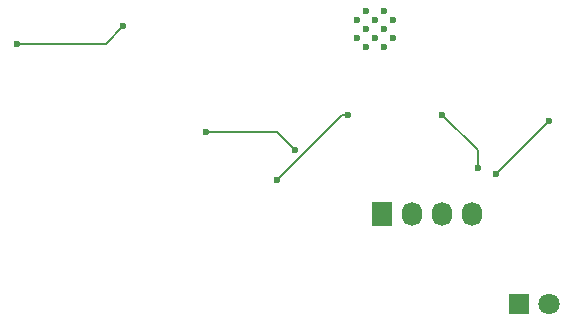
<source format=gbr>
%TF.GenerationSoftware,KiCad,Pcbnew,9.0.0*%
%TF.CreationDate,2025-04-29T12:03:14+05:30*%
%TF.ProjectId,Wireless_charging,57697265-6c65-4737-935f-636861726769,rev?*%
%TF.SameCoordinates,Original*%
%TF.FileFunction,Copper,L2,Bot*%
%TF.FilePolarity,Positive*%
%FSLAX46Y46*%
G04 Gerber Fmt 4.6, Leading zero omitted, Abs format (unit mm)*
G04 Created by KiCad (PCBNEW 9.0.0) date 2025-04-29 12:03:14*
%MOMM*%
%LPD*%
G01*
G04 APERTURE LIST*
%TA.AperFunction,HeatsinkPad*%
%ADD10C,0.600000*%
%TD*%
%TA.AperFunction,ComponentPad*%
%ADD11R,1.730000X2.030000*%
%TD*%
%TA.AperFunction,ComponentPad*%
%ADD12O,1.730000X2.030000*%
%TD*%
%TA.AperFunction,ComponentPad*%
%ADD13R,1.800000X1.800000*%
%TD*%
%TA.AperFunction,ComponentPad*%
%ADD14C,1.800000*%
%TD*%
%TA.AperFunction,ViaPad*%
%ADD15C,0.600000*%
%TD*%
%TA.AperFunction,Conductor*%
%ADD16C,0.200000*%
%TD*%
G04 APERTURE END LIST*
D10*
%TO.P,U1,39,GND*%
%TO.N,/gnd*%
X182295000Y-88507500D03*
X182295000Y-90032500D03*
X183057500Y-87745000D03*
X183057500Y-89270000D03*
X183057500Y-90795000D03*
X183820000Y-88507500D03*
X183820000Y-90032500D03*
X184582500Y-87745000D03*
X184582500Y-89270000D03*
X184582500Y-90795000D03*
X185345000Y-88507500D03*
X185345000Y-90032500D03*
%TD*%
D11*
%TO.P,J1,1,Pin_1*%
%TO.N,/pin1*%
X184350000Y-104940000D03*
D12*
%TO.P,J1,2,Pin_2*%
%TO.N,/gnd*%
X186890000Y-104940000D03*
%TO.P,J1,3,Pin_3*%
%TO.N,/esp26*%
X189430000Y-104940000D03*
%TO.P,J1,4,Pin_4*%
%TO.N,/esp29*%
X191970000Y-104940000D03*
%TD*%
D13*
%TO.P,D1,1,K*%
%TO.N,GND*%
X195960000Y-112500000D03*
D14*
%TO.P,D1,2,A*%
%TO.N,/esp24*%
X198500000Y-112500000D03*
%TD*%
D15*
%TO.N,/esp26*%
X189500000Y-96500000D03*
X192500000Y-101000000D03*
%TO.N,/esp29*%
X198500000Y-97000000D03*
X194000000Y-101500000D03*
%TO.N,/esp35*%
X175500000Y-102000000D03*
X181500000Y-96500000D03*
%TO.N,/esp4*%
X162500000Y-89000000D03*
X153500000Y-90500000D03*
%TO.N,/gnd*%
X177000000Y-99500000D03*
X169500000Y-98000000D03*
%TD*%
D16*
%TO.N,/esp26*%
X192500000Y-99500000D02*
X189500000Y-96500000D01*
X192500000Y-101000000D02*
X192500000Y-99500000D01*
%TO.N,/esp29*%
X194000000Y-101500000D02*
X198500000Y-97000000D01*
%TO.N,/esp35*%
X181000000Y-96500000D02*
X175500000Y-102000000D01*
X181500000Y-96500000D02*
X181000000Y-96500000D01*
%TO.N,/esp4*%
X161000000Y-90500000D02*
X162500000Y-89000000D01*
X153500000Y-90500000D02*
X161000000Y-90500000D01*
%TO.N,/gnd*%
X175500000Y-98000000D02*
X177000000Y-99500000D01*
X169500000Y-98000000D02*
X175500000Y-98000000D01*
%TD*%
M02*

</source>
